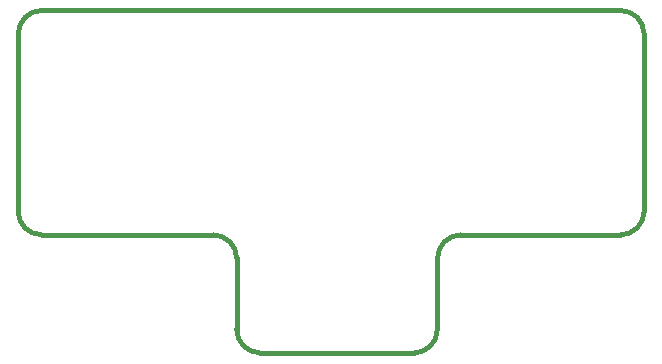
<source format=gm1>
%TF.GenerationSoftware,KiCad,Pcbnew,(5.1.9)-1*%
%TF.CreationDate,2021-04-17T12:39:32+05:30*%
%TF.ProjectId,dcSplitter,64635370-6c69-4747-9465-722e6b696361,rev?*%
%TF.SameCoordinates,Original*%
%TF.FileFunction,Profile,NP*%
%FSLAX46Y46*%
G04 Gerber Fmt 4.6, Leading zero omitted, Abs format (unit mm)*
G04 Created by KiCad (PCBNEW (5.1.9)-1) date 2021-04-17 12:39:32*
%MOMM*%
%LPD*%
G01*
G04 APERTURE LIST*
%TA.AperFunction,Profile*%
%ADD10C,0.400000*%
%TD*%
G04 APERTURE END LIST*
D10*
X160500000Y-30000000D02*
G75*
G02*
X158500000Y-32000000I-2000000J0D01*
G01*
X143000000Y-34000000D02*
G75*
G02*
X145000000Y-32000000I2000000J0D01*
G01*
X143000000Y-40000000D02*
G75*
G02*
X141000000Y-42000000I-2000000J0D01*
G01*
X128000000Y-42000000D02*
G75*
G02*
X126000000Y-40000000I0J2000000D01*
G01*
X124000000Y-32000000D02*
G75*
G02*
X126000000Y-34000000I0J-2000000D01*
G01*
X109500000Y-32000000D02*
G75*
G02*
X107500000Y-30000000I0J2000000D01*
G01*
X107500000Y-15000000D02*
G75*
G02*
X109500000Y-13000000I2000000J0D01*
G01*
X158500000Y-13000000D02*
G75*
G02*
X160500000Y-15000000I0J-2000000D01*
G01*
X107500000Y-30000000D02*
X107500000Y-15000000D01*
X124000000Y-32000000D02*
X109500000Y-32000000D01*
X126000000Y-40000000D02*
X126000000Y-34000000D01*
X141000000Y-42000000D02*
X128000000Y-42000000D01*
X143000000Y-34000000D02*
X143000000Y-40000000D01*
X158500000Y-32000000D02*
X145000000Y-32000000D01*
X160500000Y-15000000D02*
X160500000Y-30000000D01*
X109500000Y-13000000D02*
X158500000Y-13000000D01*
M02*

</source>
